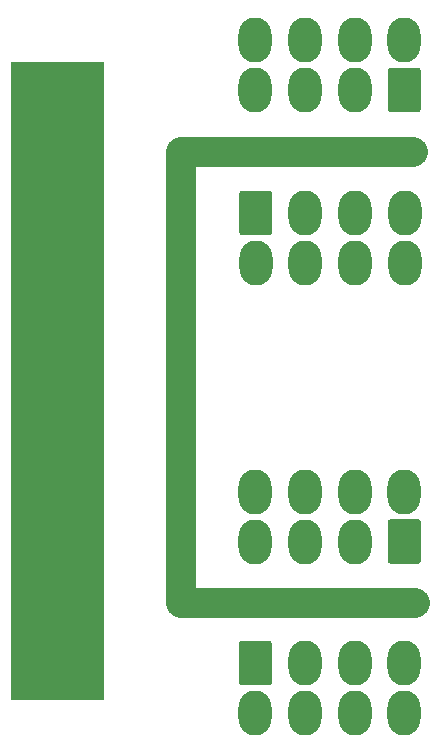
<source format=gts>
%TF.GenerationSoftware,KiCad,Pcbnew,(5.1.10)-1*%
%TF.CreationDate,2021-09-30T13:01:54+08:00*%
%TF.ProjectId,KCORES CSPS to ATX Converter,4b434f52-4553-4204-9353-505320746f20,1.0*%
%TF.SameCoordinates,Original*%
%TF.FileFunction,Soldermask,Top*%
%TF.FilePolarity,Negative*%
%FSLAX46Y46*%
G04 Gerber Fmt 4.6, Leading zero omitted, Abs format (unit mm)*
G04 Created by KiCad (PCBNEW (5.1.10)-1) date 2021-09-30 13:01:54*
%MOMM*%
%LPD*%
G01*
G04 APERTURE LIST*
%ADD10C,0.100000*%
%ADD11C,2.540000*%
%ADD12O,2.800000X3.800000*%
G04 APERTURE END LIST*
D10*
G36*
X98667000Y-138728000D02*
G01*
X90920000Y-138728000D01*
X90920000Y-84753000D01*
X98667000Y-84753000D01*
X98667000Y-138728000D01*
G37*
X98667000Y-138728000D02*
X90920000Y-138728000D01*
X90920000Y-84753000D01*
X98667000Y-84753000D01*
X98667000Y-138728000D01*
D11*
X105271000Y-130600000D02*
X125083000Y-130600000D01*
X105271000Y-130600000D02*
X105271000Y-92373000D01*
X105271000Y-92373000D02*
X124956000Y-92373000D01*
%TO.C,J1*%
G36*
G01*
X94231000Y-100258000D02*
X98531000Y-100258000D01*
G75*
G02*
X98581000Y-100308000I0J-50000D01*
G01*
X98581000Y-101008000D01*
G75*
G02*
X98531000Y-101058000I-50000J0D01*
G01*
X94231000Y-101058000D01*
G75*
G02*
X94181000Y-101008000I0J50000D01*
G01*
X94181000Y-100308000D01*
G75*
G02*
X94231000Y-100258000I50000J0D01*
G01*
G37*
G36*
G01*
X94231000Y-99258000D02*
X98531000Y-99258000D01*
G75*
G02*
X98581000Y-99308000I0J-50000D01*
G01*
X98581000Y-100008000D01*
G75*
G02*
X98531000Y-100058000I-50000J0D01*
G01*
X94231000Y-100058000D01*
G75*
G02*
X94181000Y-100008000I0J50000D01*
G01*
X94181000Y-99308000D01*
G75*
G02*
X94231000Y-99258000I50000J0D01*
G01*
G37*
G36*
G01*
X94231000Y-105258000D02*
X98531000Y-105258000D01*
G75*
G02*
X98581000Y-105308000I0J-50000D01*
G01*
X98581000Y-106008000D01*
G75*
G02*
X98531000Y-106058000I-50000J0D01*
G01*
X94231000Y-106058000D01*
G75*
G02*
X94181000Y-106008000I0J50000D01*
G01*
X94181000Y-105308000D01*
G75*
G02*
X94231000Y-105258000I50000J0D01*
G01*
G37*
G36*
G01*
X94231000Y-104258000D02*
X98531000Y-104258000D01*
G75*
G02*
X98581000Y-104308000I0J-50000D01*
G01*
X98581000Y-105008000D01*
G75*
G02*
X98531000Y-105058000I-50000J0D01*
G01*
X94231000Y-105058000D01*
G75*
G02*
X94181000Y-105008000I0J50000D01*
G01*
X94181000Y-104308000D01*
G75*
G02*
X94231000Y-104258000I50000J0D01*
G01*
G37*
G36*
G01*
X94231000Y-103258000D02*
X98531000Y-103258000D01*
G75*
G02*
X98581000Y-103308000I0J-50000D01*
G01*
X98581000Y-104008000D01*
G75*
G02*
X98531000Y-104058000I-50000J0D01*
G01*
X94231000Y-104058000D01*
G75*
G02*
X94181000Y-104008000I0J50000D01*
G01*
X94181000Y-103308000D01*
G75*
G02*
X94231000Y-103258000I50000J0D01*
G01*
G37*
G36*
G01*
X94231000Y-102258000D02*
X98531000Y-102258000D01*
G75*
G02*
X98581000Y-102308000I0J-50000D01*
G01*
X98581000Y-103008000D01*
G75*
G02*
X98531000Y-103058000I-50000J0D01*
G01*
X94231000Y-103058000D01*
G75*
G02*
X94181000Y-103008000I0J50000D01*
G01*
X94181000Y-102308000D01*
G75*
G02*
X94231000Y-102258000I50000J0D01*
G01*
G37*
G36*
G01*
X94231000Y-101258000D02*
X98531000Y-101258000D01*
G75*
G02*
X98581000Y-101308000I0J-50000D01*
G01*
X98581000Y-102008000D01*
G75*
G02*
X98531000Y-102058000I-50000J0D01*
G01*
X94231000Y-102058000D01*
G75*
G02*
X94181000Y-102008000I0J50000D01*
G01*
X94181000Y-101308000D01*
G75*
G02*
X94231000Y-101258000I50000J0D01*
G01*
G37*
G36*
G01*
X94231000Y-96258000D02*
X98531000Y-96258000D01*
G75*
G02*
X98581000Y-96308000I0J-50000D01*
G01*
X98581000Y-97008000D01*
G75*
G02*
X98531000Y-97058000I-50000J0D01*
G01*
X94231000Y-97058000D01*
G75*
G02*
X94181000Y-97008000I0J50000D01*
G01*
X94181000Y-96308000D01*
G75*
G02*
X94231000Y-96258000I50000J0D01*
G01*
G37*
G36*
G01*
X94231000Y-95258000D02*
X98531000Y-95258000D01*
G75*
G02*
X98581000Y-95308000I0J-50000D01*
G01*
X98581000Y-96008000D01*
G75*
G02*
X98531000Y-96058000I-50000J0D01*
G01*
X94231000Y-96058000D01*
G75*
G02*
X94181000Y-96008000I0J50000D01*
G01*
X94181000Y-95308000D01*
G75*
G02*
X94231000Y-95258000I50000J0D01*
G01*
G37*
G36*
G01*
X94231000Y-94258000D02*
X98531000Y-94258000D01*
G75*
G02*
X98581000Y-94308000I0J-50000D01*
G01*
X98581000Y-95008000D01*
G75*
G02*
X98531000Y-95058000I-50000J0D01*
G01*
X94231000Y-95058000D01*
G75*
G02*
X94181000Y-95008000I0J50000D01*
G01*
X94181000Y-94308000D01*
G75*
G02*
X94231000Y-94258000I50000J0D01*
G01*
G37*
G36*
G01*
X94231000Y-93258000D02*
X98531000Y-93258000D01*
G75*
G02*
X98581000Y-93308000I0J-50000D01*
G01*
X98581000Y-94008000D01*
G75*
G02*
X98531000Y-94058000I-50000J0D01*
G01*
X94231000Y-94058000D01*
G75*
G02*
X94181000Y-94008000I0J50000D01*
G01*
X94181000Y-93308000D01*
G75*
G02*
X94231000Y-93258000I50000J0D01*
G01*
G37*
G36*
G01*
X94231000Y-92258000D02*
X98531000Y-92258000D01*
G75*
G02*
X98581000Y-92308000I0J-50000D01*
G01*
X98581000Y-93008000D01*
G75*
G02*
X98531000Y-93058000I-50000J0D01*
G01*
X94231000Y-93058000D01*
G75*
G02*
X94181000Y-93008000I0J50000D01*
G01*
X94181000Y-92308000D01*
G75*
G02*
X94231000Y-92258000I50000J0D01*
G01*
G37*
G36*
G01*
X94231000Y-91258000D02*
X98531000Y-91258000D01*
G75*
G02*
X98581000Y-91308000I0J-50000D01*
G01*
X98581000Y-92008000D01*
G75*
G02*
X98531000Y-92058000I-50000J0D01*
G01*
X94231000Y-92058000D01*
G75*
G02*
X94181000Y-92008000I0J50000D01*
G01*
X94181000Y-91308000D01*
G75*
G02*
X94231000Y-91258000I50000J0D01*
G01*
G37*
G36*
G01*
X94231000Y-90258000D02*
X98531000Y-90258000D01*
G75*
G02*
X98581000Y-90308000I0J-50000D01*
G01*
X98581000Y-91008000D01*
G75*
G02*
X98531000Y-91058000I-50000J0D01*
G01*
X94231000Y-91058000D01*
G75*
G02*
X94181000Y-91008000I0J50000D01*
G01*
X94181000Y-90308000D01*
G75*
G02*
X94231000Y-90258000I50000J0D01*
G01*
G37*
G36*
G01*
X94231000Y-89258000D02*
X98531000Y-89258000D01*
G75*
G02*
X98581000Y-89308000I0J-50000D01*
G01*
X98581000Y-90008000D01*
G75*
G02*
X98531000Y-90058000I-50000J0D01*
G01*
X94231000Y-90058000D01*
G75*
G02*
X94181000Y-90008000I0J50000D01*
G01*
X94181000Y-89308000D01*
G75*
G02*
X94231000Y-89258000I50000J0D01*
G01*
G37*
G36*
G01*
X94231000Y-88258000D02*
X98531000Y-88258000D01*
G75*
G02*
X98581000Y-88308000I0J-50000D01*
G01*
X98581000Y-89008000D01*
G75*
G02*
X98531000Y-89058000I-50000J0D01*
G01*
X94231000Y-89058000D01*
G75*
G02*
X94181000Y-89008000I0J50000D01*
G01*
X94181000Y-88308000D01*
G75*
G02*
X94231000Y-88258000I50000J0D01*
G01*
G37*
G36*
G01*
X94231000Y-87258000D02*
X98531000Y-87258000D01*
G75*
G02*
X98581000Y-87308000I0J-50000D01*
G01*
X98581000Y-88008000D01*
G75*
G02*
X98531000Y-88058000I-50000J0D01*
G01*
X94231000Y-88058000D01*
G75*
G02*
X94181000Y-88008000I0J50000D01*
G01*
X94181000Y-87308000D01*
G75*
G02*
X94231000Y-87258000I50000J0D01*
G01*
G37*
G36*
G01*
X94231000Y-86258000D02*
X98531000Y-86258000D01*
G75*
G02*
X98581000Y-86308000I0J-50000D01*
G01*
X98581000Y-87008000D01*
G75*
G02*
X98531000Y-87058000I-50000J0D01*
G01*
X94231000Y-87058000D01*
G75*
G02*
X94181000Y-87008000I0J50000D01*
G01*
X94181000Y-86308000D01*
G75*
G02*
X94231000Y-86258000I50000J0D01*
G01*
G37*
G36*
G01*
X94231000Y-106258000D02*
X98531000Y-106258000D01*
G75*
G02*
X98581000Y-106308000I0J-50000D01*
G01*
X98581000Y-107008000D01*
G75*
G02*
X98531000Y-107058000I-50000J0D01*
G01*
X94231000Y-107058000D01*
G75*
G02*
X94181000Y-107008000I0J50000D01*
G01*
X94181000Y-106308000D01*
G75*
G02*
X94231000Y-106258000I50000J0D01*
G01*
G37*
G36*
G01*
X94231000Y-107258000D02*
X98531000Y-107258000D01*
G75*
G02*
X98581000Y-107308000I0J-50000D01*
G01*
X98581000Y-108008000D01*
G75*
G02*
X98531000Y-108058000I-50000J0D01*
G01*
X94231000Y-108058000D01*
G75*
G02*
X94181000Y-108008000I0J50000D01*
G01*
X94181000Y-107308000D01*
G75*
G02*
X94231000Y-107258000I50000J0D01*
G01*
G37*
G36*
G01*
X94231000Y-108258000D02*
X98531000Y-108258000D01*
G75*
G02*
X98581000Y-108308000I0J-50000D01*
G01*
X98581000Y-109008000D01*
G75*
G02*
X98531000Y-109058000I-50000J0D01*
G01*
X94231000Y-109058000D01*
G75*
G02*
X94181000Y-109008000I0J50000D01*
G01*
X94181000Y-108308000D01*
G75*
G02*
X94231000Y-108258000I50000J0D01*
G01*
G37*
G36*
G01*
X94231000Y-109258000D02*
X98531000Y-109258000D01*
G75*
G02*
X98581000Y-109308000I0J-50000D01*
G01*
X98581000Y-110008000D01*
G75*
G02*
X98531000Y-110058000I-50000J0D01*
G01*
X94231000Y-110058000D01*
G75*
G02*
X94181000Y-110008000I0J50000D01*
G01*
X94181000Y-109308000D01*
G75*
G02*
X94231000Y-109258000I50000J0D01*
G01*
G37*
G36*
G01*
X94231000Y-110258000D02*
X98531000Y-110258000D01*
G75*
G02*
X98581000Y-110308000I0J-50000D01*
G01*
X98581000Y-111008000D01*
G75*
G02*
X98531000Y-111058000I-50000J0D01*
G01*
X94231000Y-111058000D01*
G75*
G02*
X94181000Y-111008000I0J50000D01*
G01*
X94181000Y-110308000D01*
G75*
G02*
X94231000Y-110258000I50000J0D01*
G01*
G37*
G36*
G01*
X94231000Y-111258000D02*
X98531000Y-111258000D01*
G75*
G02*
X98581000Y-111308000I0J-50000D01*
G01*
X98581000Y-112008000D01*
G75*
G02*
X98531000Y-112058000I-50000J0D01*
G01*
X94231000Y-112058000D01*
G75*
G02*
X94181000Y-112008000I0J50000D01*
G01*
X94181000Y-111308000D01*
G75*
G02*
X94231000Y-111258000I50000J0D01*
G01*
G37*
G36*
G01*
X94231000Y-112258000D02*
X98531000Y-112258000D01*
G75*
G02*
X98581000Y-112308000I0J-50000D01*
G01*
X98581000Y-113008000D01*
G75*
G02*
X98531000Y-113058000I-50000J0D01*
G01*
X94231000Y-113058000D01*
G75*
G02*
X94181000Y-113008000I0J50000D01*
G01*
X94181000Y-112308000D01*
G75*
G02*
X94231000Y-112258000I50000J0D01*
G01*
G37*
G36*
G01*
X94231000Y-113258000D02*
X98531000Y-113258000D01*
G75*
G02*
X98581000Y-113308000I0J-50000D01*
G01*
X98581000Y-114008000D01*
G75*
G02*
X98531000Y-114058000I-50000J0D01*
G01*
X94231000Y-114058000D01*
G75*
G02*
X94181000Y-114008000I0J50000D01*
G01*
X94181000Y-113308000D01*
G75*
G02*
X94231000Y-113258000I50000J0D01*
G01*
G37*
G36*
G01*
X94231000Y-114258000D02*
X98531000Y-114258000D01*
G75*
G02*
X98581000Y-114308000I0J-50000D01*
G01*
X98581000Y-115008000D01*
G75*
G02*
X98531000Y-115058000I-50000J0D01*
G01*
X94231000Y-115058000D01*
G75*
G02*
X94181000Y-115008000I0J50000D01*
G01*
X94181000Y-114308000D01*
G75*
G02*
X94231000Y-114258000I50000J0D01*
G01*
G37*
G36*
G01*
X94231000Y-115258000D02*
X98531000Y-115258000D01*
G75*
G02*
X98581000Y-115308000I0J-50000D01*
G01*
X98581000Y-116008000D01*
G75*
G02*
X98531000Y-116058000I-50000J0D01*
G01*
X94231000Y-116058000D01*
G75*
G02*
X94181000Y-116008000I0J50000D01*
G01*
X94181000Y-115308000D01*
G75*
G02*
X94231000Y-115258000I50000J0D01*
G01*
G37*
G36*
G01*
X94231000Y-116258000D02*
X98531000Y-116258000D01*
G75*
G02*
X98581000Y-116308000I0J-50000D01*
G01*
X98581000Y-117008000D01*
G75*
G02*
X98531000Y-117058000I-50000J0D01*
G01*
X94231000Y-117058000D01*
G75*
G02*
X94181000Y-117008000I0J50000D01*
G01*
X94181000Y-116308000D01*
G75*
G02*
X94231000Y-116258000I50000J0D01*
G01*
G37*
G36*
G01*
X94231000Y-117258000D02*
X98531000Y-117258000D01*
G75*
G02*
X98581000Y-117308000I0J-50000D01*
G01*
X98581000Y-118008000D01*
G75*
G02*
X98531000Y-118058000I-50000J0D01*
G01*
X94231000Y-118058000D01*
G75*
G02*
X94181000Y-118008000I0J50000D01*
G01*
X94181000Y-117308000D01*
G75*
G02*
X94231000Y-117258000I50000J0D01*
G01*
G37*
G36*
G01*
X94231000Y-118258000D02*
X98531000Y-118258000D01*
G75*
G02*
X98581000Y-118308000I0J-50000D01*
G01*
X98581000Y-119008000D01*
G75*
G02*
X98531000Y-119058000I-50000J0D01*
G01*
X94231000Y-119058000D01*
G75*
G02*
X94181000Y-119008000I0J50000D01*
G01*
X94181000Y-118308000D01*
G75*
G02*
X94231000Y-118258000I50000J0D01*
G01*
G37*
G36*
G01*
X94231000Y-119258000D02*
X98531000Y-119258000D01*
G75*
G02*
X98581000Y-119308000I0J-50000D01*
G01*
X98581000Y-120008000D01*
G75*
G02*
X98531000Y-120058000I-50000J0D01*
G01*
X94231000Y-120058000D01*
G75*
G02*
X94181000Y-120008000I0J50000D01*
G01*
X94181000Y-119308000D01*
G75*
G02*
X94231000Y-119258000I50000J0D01*
G01*
G37*
G36*
G01*
X94231000Y-120258000D02*
X98531000Y-120258000D01*
G75*
G02*
X98581000Y-120308000I0J-50000D01*
G01*
X98581000Y-121008000D01*
G75*
G02*
X98531000Y-121058000I-50000J0D01*
G01*
X94231000Y-121058000D01*
G75*
G02*
X94181000Y-121008000I0J50000D01*
G01*
X94181000Y-120308000D01*
G75*
G02*
X94231000Y-120258000I50000J0D01*
G01*
G37*
G36*
G01*
X94231000Y-121258000D02*
X98531000Y-121258000D01*
G75*
G02*
X98581000Y-121308000I0J-50000D01*
G01*
X98581000Y-122008000D01*
G75*
G02*
X98531000Y-122058000I-50000J0D01*
G01*
X94231000Y-122058000D01*
G75*
G02*
X94181000Y-122008000I0J50000D01*
G01*
X94181000Y-121308000D01*
G75*
G02*
X94231000Y-121258000I50000J0D01*
G01*
G37*
G36*
G01*
X94231000Y-122258000D02*
X98531000Y-122258000D01*
G75*
G02*
X98581000Y-122308000I0J-50000D01*
G01*
X98581000Y-123008000D01*
G75*
G02*
X98531000Y-123058000I-50000J0D01*
G01*
X94231000Y-123058000D01*
G75*
G02*
X94181000Y-123008000I0J50000D01*
G01*
X94181000Y-122308000D01*
G75*
G02*
X94231000Y-122258000I50000J0D01*
G01*
G37*
G36*
G01*
X94231000Y-123258000D02*
X98531000Y-123258000D01*
G75*
G02*
X98581000Y-123308000I0J-50000D01*
G01*
X98581000Y-124008000D01*
G75*
G02*
X98531000Y-124058000I-50000J0D01*
G01*
X94231000Y-124058000D01*
G75*
G02*
X94181000Y-124008000I0J50000D01*
G01*
X94181000Y-123308000D01*
G75*
G02*
X94231000Y-123258000I50000J0D01*
G01*
G37*
G36*
G01*
X94231000Y-124258000D02*
X98531000Y-124258000D01*
G75*
G02*
X98581000Y-124308000I0J-50000D01*
G01*
X98581000Y-125008000D01*
G75*
G02*
X98531000Y-125058000I-50000J0D01*
G01*
X94231000Y-125058000D01*
G75*
G02*
X94181000Y-125008000I0J50000D01*
G01*
X94181000Y-124308000D01*
G75*
G02*
X94231000Y-124258000I50000J0D01*
G01*
G37*
G36*
G01*
X94231000Y-125258000D02*
X98531000Y-125258000D01*
G75*
G02*
X98581000Y-125308000I0J-50000D01*
G01*
X98581000Y-126008000D01*
G75*
G02*
X98531000Y-126058000I-50000J0D01*
G01*
X94231000Y-126058000D01*
G75*
G02*
X94181000Y-126008000I0J50000D01*
G01*
X94181000Y-125308000D01*
G75*
G02*
X94231000Y-125258000I50000J0D01*
G01*
G37*
G36*
G01*
X94231000Y-126258000D02*
X98531000Y-126258000D01*
G75*
G02*
X98581000Y-126308000I0J-50000D01*
G01*
X98581000Y-127008000D01*
G75*
G02*
X98531000Y-127058000I-50000J0D01*
G01*
X94231000Y-127058000D01*
G75*
G02*
X94181000Y-127008000I0J50000D01*
G01*
X94181000Y-126308000D01*
G75*
G02*
X94231000Y-126258000I50000J0D01*
G01*
G37*
G36*
G01*
X94231000Y-127258000D02*
X98531000Y-127258000D01*
G75*
G02*
X98581000Y-127308000I0J-50000D01*
G01*
X98581000Y-128008000D01*
G75*
G02*
X98531000Y-128058000I-50000J0D01*
G01*
X94231000Y-128058000D01*
G75*
G02*
X94181000Y-128008000I0J50000D01*
G01*
X94181000Y-127308000D01*
G75*
G02*
X94231000Y-127258000I50000J0D01*
G01*
G37*
G36*
G01*
X94231000Y-128258000D02*
X98531000Y-128258000D01*
G75*
G02*
X98581000Y-128308000I0J-50000D01*
G01*
X98581000Y-129008000D01*
G75*
G02*
X98531000Y-129058000I-50000J0D01*
G01*
X94231000Y-129058000D01*
G75*
G02*
X94181000Y-129008000I0J50000D01*
G01*
X94181000Y-128308000D01*
G75*
G02*
X94231000Y-128258000I50000J0D01*
G01*
G37*
G36*
G01*
X94231000Y-129258000D02*
X98531000Y-129258000D01*
G75*
G02*
X98581000Y-129308000I0J-50000D01*
G01*
X98581000Y-130008000D01*
G75*
G02*
X98531000Y-130058000I-50000J0D01*
G01*
X94231000Y-130058000D01*
G75*
G02*
X94181000Y-130008000I0J50000D01*
G01*
X94181000Y-129308000D01*
G75*
G02*
X94231000Y-129258000I50000J0D01*
G01*
G37*
G36*
G01*
X94231000Y-130258000D02*
X98531000Y-130258000D01*
G75*
G02*
X98581000Y-130308000I0J-50000D01*
G01*
X98581000Y-131008000D01*
G75*
G02*
X98531000Y-131058000I-50000J0D01*
G01*
X94231000Y-131058000D01*
G75*
G02*
X94181000Y-131008000I0J50000D01*
G01*
X94181000Y-130308000D01*
G75*
G02*
X94231000Y-130258000I50000J0D01*
G01*
G37*
G36*
G01*
X94231000Y-131258000D02*
X98531000Y-131258000D01*
G75*
G02*
X98581000Y-131308000I0J-50000D01*
G01*
X98581000Y-132008000D01*
G75*
G02*
X98531000Y-132058000I-50000J0D01*
G01*
X94231000Y-132058000D01*
G75*
G02*
X94181000Y-132008000I0J50000D01*
G01*
X94181000Y-131308000D01*
G75*
G02*
X94231000Y-131258000I50000J0D01*
G01*
G37*
G36*
G01*
X94231000Y-132258000D02*
X98531000Y-132258000D01*
G75*
G02*
X98581000Y-132308000I0J-50000D01*
G01*
X98581000Y-133008000D01*
G75*
G02*
X98531000Y-133058000I-50000J0D01*
G01*
X94231000Y-133058000D01*
G75*
G02*
X94181000Y-133008000I0J50000D01*
G01*
X94181000Y-132308000D01*
G75*
G02*
X94231000Y-132258000I50000J0D01*
G01*
G37*
G36*
G01*
X94231000Y-133258000D02*
X98531000Y-133258000D01*
G75*
G02*
X98581000Y-133308000I0J-50000D01*
G01*
X98581000Y-134008000D01*
G75*
G02*
X98531000Y-134058000I-50000J0D01*
G01*
X94231000Y-134058000D01*
G75*
G02*
X94181000Y-134008000I0J50000D01*
G01*
X94181000Y-133308000D01*
G75*
G02*
X94231000Y-133258000I50000J0D01*
G01*
G37*
G36*
G01*
X94231000Y-134258000D02*
X98531000Y-134258000D01*
G75*
G02*
X98581000Y-134308000I0J-50000D01*
G01*
X98581000Y-135008000D01*
G75*
G02*
X98531000Y-135058000I-50000J0D01*
G01*
X94231000Y-135058000D01*
G75*
G02*
X94181000Y-135008000I0J50000D01*
G01*
X94181000Y-134308000D01*
G75*
G02*
X94231000Y-134258000I50000J0D01*
G01*
G37*
G36*
G01*
X95331000Y-135258000D02*
X98531000Y-135258000D01*
G75*
G02*
X98581000Y-135308000I0J-50000D01*
G01*
X98581000Y-136008000D01*
G75*
G02*
X98531000Y-136058000I-50000J0D01*
G01*
X95331000Y-136058000D01*
G75*
G02*
X95281000Y-136008000I0J50000D01*
G01*
X95281000Y-135308000D01*
G75*
G02*
X95331000Y-135258000I50000J0D01*
G01*
G37*
G36*
G01*
X94231000Y-136258000D02*
X98531000Y-136258000D01*
G75*
G02*
X98581000Y-136308000I0J-50000D01*
G01*
X98581000Y-137008000D01*
G75*
G02*
X98531000Y-137058000I-50000J0D01*
G01*
X94231000Y-137058000D01*
G75*
G02*
X94181000Y-137008000I0J50000D01*
G01*
X94181000Y-136308000D01*
G75*
G02*
X94231000Y-136258000I50000J0D01*
G01*
G37*
%TD*%
D12*
%TO.C,J6*%
X111594000Y-121193000D03*
X115794000Y-121193000D03*
X119994000Y-121193000D03*
X124194000Y-121193000D03*
X111594000Y-125393000D03*
X115794000Y-125393000D03*
G36*
G01*
X125594000Y-123753400D02*
X125594000Y-127032600D01*
G75*
G02*
X125333600Y-127293000I-260400J0D01*
G01*
X123054400Y-127293000D01*
G75*
G02*
X122794000Y-127032600I0J260400D01*
G01*
X122794000Y-123753400D01*
G75*
G02*
X123054400Y-123493000I260400J0D01*
G01*
X125333600Y-123493000D01*
G75*
G02*
X125594000Y-123753400I0J-260400D01*
G01*
G37*
X119994000Y-125393000D03*
%TD*%
%TO.C,J5*%
X111594000Y-82966000D03*
X115794000Y-82966000D03*
X119994000Y-82966000D03*
X124194000Y-82966000D03*
X111594000Y-87166000D03*
X115794000Y-87166000D03*
G36*
G01*
X125594000Y-85526400D02*
X125594000Y-88805600D01*
G75*
G02*
X125333600Y-89066000I-260400J0D01*
G01*
X123054400Y-89066000D01*
G75*
G02*
X122794000Y-88805600I0J260400D01*
G01*
X122794000Y-85526400D01*
G75*
G02*
X123054400Y-85266000I260400J0D01*
G01*
X125333600Y-85266000D01*
G75*
G02*
X125594000Y-85526400I0J-260400D01*
G01*
G37*
X119994000Y-87166000D03*
%TD*%
%TO.C,J4*%
X124194000Y-139880000D03*
X119994000Y-139880000D03*
X115794000Y-139880000D03*
X111594000Y-139880000D03*
X124194000Y-135680000D03*
X119994000Y-135680000D03*
G36*
G01*
X110194000Y-137319600D02*
X110194000Y-134040400D01*
G75*
G02*
X110454400Y-133780000I260400J0D01*
G01*
X112733600Y-133780000D01*
G75*
G02*
X112994000Y-134040400I0J-260400D01*
G01*
X112994000Y-137319600D01*
G75*
G02*
X112733600Y-137580000I-260400J0D01*
G01*
X110454400Y-137580000D01*
G75*
G02*
X110194000Y-137319600I0J260400D01*
G01*
G37*
X115794000Y-135680000D03*
%TD*%
%TO.C,J3*%
X124221000Y-101780000D03*
X120021000Y-101780000D03*
X115821000Y-101780000D03*
X111621000Y-101780000D03*
X124221000Y-97580000D03*
X120021000Y-97580000D03*
G36*
G01*
X110221000Y-99219600D02*
X110221000Y-95940400D01*
G75*
G02*
X110481400Y-95680000I260400J0D01*
G01*
X112760600Y-95680000D01*
G75*
G02*
X113021000Y-95940400I0J-260400D01*
G01*
X113021000Y-99219600D01*
G75*
G02*
X112760600Y-99480000I-260400J0D01*
G01*
X110481400Y-99480000D01*
G75*
G02*
X110221000Y-99219600I0J260400D01*
G01*
G37*
X115821000Y-97580000D03*
%TD*%
M02*

</source>
